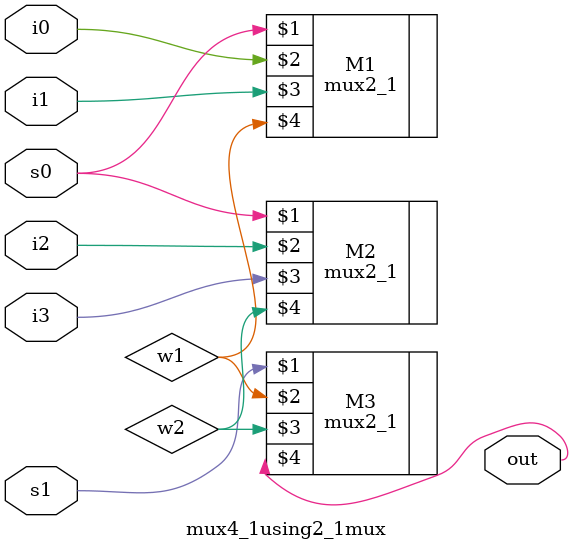
<source format=v>
`timescale 1ns / 1ps


module mux4_1using2_1mux(input s0,s1,i0,i1,i2,i3,output out);
wire w1,w2;
mux2_1 M1(s0,i0,i1,w1);
mux2_1 M2(s0,i2,i3,w2);
mux2_1 M3(s1,w1,w2,out);
endmodule

</source>
